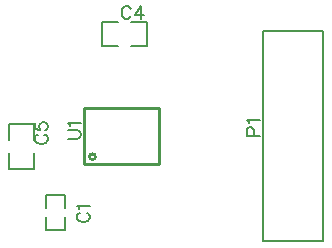
<source format=gto>
G04 Layer: TopSilkLayer*
G04 EasyEDA v5.9.42, Wed, 03 Apr 2019 18:24:54 GMT*
G04 579cbe9e52b34580ac28a50418072f00*
G04 Gerber Generator version 0.2*
G04 Scale: 100 percent, Rotated: No, Reflected: No *
G04 Dimensions in millimeters *
G04 leading zeros omitted , absolute positions ,3 integer and 3 decimal *
%FSLAX33Y33*%
%MOMM*%
G90*
G71D02*

%ADD10C,0.254000*%
%ADD18C,0.203200*%
%ADD19C,0.199898*%
%ADD20C,0.200000*%
%ADD21C,0.152400*%

%LPD*%
G54D10*
G01X15745Y12235D02*
G01X9347Y12235D01*
G01X15745Y17035D02*
G01X9347Y17035D01*
G01X15745Y12235D02*
G01X15745Y17035D01*
G01X9347Y12237D02*
G01X9347Y17035D01*
G54D18*
G01X24500Y5747D02*
G01X29580Y5747D01*
G01X29580Y23527D01*
G01X24500Y23527D01*
G01X24500Y5747D01*
G54D19*
G01X13381Y22206D02*
G01X14701Y22206D01*
G01X14701Y24276D01*
G01X13381Y24276D01*
G01X12249Y22206D02*
G01X10929Y22206D01*
G01X10929Y24276D01*
G01X12249Y24276D01*
G01X3029Y13161D02*
G01X3029Y11841D01*
G01X5099Y11841D01*
G01X5099Y13161D01*
G01X3029Y14293D02*
G01X3029Y15613D01*
G01X5099Y15613D01*
G01X5099Y14293D01*
G54D20*
G01X7785Y7728D02*
G01X7785Y6628D01*
G01X6184Y6628D01*
G01X6184Y7728D01*
G01X7785Y8528D02*
G01X7785Y9628D01*
G01X6785Y9628D01*
G01X6184Y9628D01*
G01X6184Y8528D01*
G54D21*
G01X8003Y14396D02*
G01X8780Y14396D01*
G01X8938Y14447D01*
G01X9042Y14551D01*
G01X9093Y14709D01*
G01X9093Y14813D01*
G01X9042Y14968D01*
G01X8938Y15072D01*
G01X8780Y15123D01*
G01X8003Y15123D01*
G01X8209Y15466D02*
G01X8158Y15570D01*
G01X8003Y15727D01*
G01X9093Y15727D01*
G01X23156Y14637D02*
G01X24246Y14637D01*
G01X23156Y14637D02*
G01X23156Y15105D01*
G01X23207Y15260D01*
G01X23257Y15313D01*
G01X23362Y15364D01*
G01X23519Y15364D01*
G01X23623Y15313D01*
G01X23674Y15260D01*
G01X23727Y15105D01*
G01X23727Y14637D01*
G01X23362Y15707D02*
G01X23311Y15811D01*
G01X23156Y15968D01*
G01X24246Y15968D01*
G01X13352Y25362D02*
G01X13299Y25466D01*
G01X13195Y25570D01*
G01X13093Y25621D01*
G01X12885Y25621D01*
G01X12781Y25570D01*
G01X12676Y25466D01*
G01X12623Y25362D01*
G01X12572Y25204D01*
G01X12572Y24945D01*
G01X12623Y24790D01*
G01X12676Y24686D01*
G01X12781Y24582D01*
G01X12885Y24529D01*
G01X13093Y24529D01*
G01X13195Y24582D01*
G01X13299Y24686D01*
G01X13352Y24790D01*
G01X14213Y25621D02*
G01X13695Y24894D01*
G01X14475Y24894D01*
G01X14213Y25621D02*
G01X14213Y24529D01*
G01X5456Y14750D02*
G01X5352Y14696D01*
G01X5247Y14592D01*
G01X5197Y14490D01*
G01X5197Y14282D01*
G01X5247Y14178D01*
G01X5352Y14074D01*
G01X5456Y14021D01*
G01X5613Y13970D01*
G01X5872Y13970D01*
G01X6027Y14021D01*
G01X6131Y14074D01*
G01X6235Y14178D01*
G01X6289Y14282D01*
G01X6289Y14490D01*
G01X6235Y14592D01*
G01X6131Y14696D01*
G01X6027Y14750D01*
G01X5197Y15715D02*
G01X5197Y15197D01*
G01X5664Y15143D01*
G01X5613Y15197D01*
G01X5560Y15352D01*
G01X5560Y15506D01*
G01X5613Y15664D01*
G01X5717Y15768D01*
G01X5872Y15819D01*
G01X5976Y15819D01*
G01X6131Y15768D01*
G01X6235Y15664D01*
G01X6289Y15506D01*
G01X6289Y15352D01*
G01X6235Y15197D01*
G01X6185Y15143D01*
G01X6081Y15092D01*
G01X9019Y8135D02*
G01X8915Y8082D01*
G01X8811Y7978D01*
G01X8760Y7876D01*
G01X8760Y7668D01*
G01X8811Y7564D01*
G01X8915Y7459D01*
G01X9019Y7406D01*
G01X9174Y7355D01*
G01X9433Y7355D01*
G01X9591Y7406D01*
G01X9695Y7459D01*
G01X9799Y7564D01*
G01X9850Y7668D01*
G01X9850Y7876D01*
G01X9799Y7978D01*
G01X9695Y8082D01*
G01X9591Y8135D01*
G01X8966Y8478D02*
G01X8915Y8582D01*
G01X8760Y8737D01*
G01X9850Y8737D01*
G54D10*
G75*
G01X10343Y12873D02*
G03X10343Y12873I-254J0D01*
G01*
M00*
M02*

</source>
